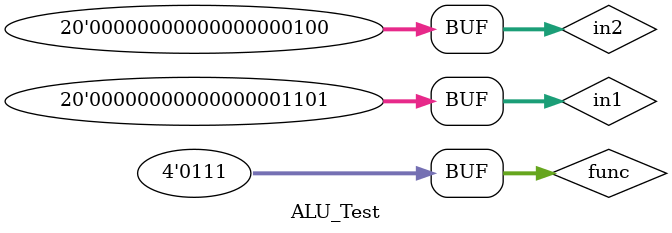
<source format=v>
`timescale 1ns / 1ps


module ALU_Test;

	// Inputs
	reg [19:0] in1;
	reg [19:0] in2;
	reg [3:0] func;

	// Outputs
	wire [19:0] ans;
	wire ZF;

	// Instantiate the Unit Under Test (UUT)
	ALU uut (
		.in1(in1), 
		.in2(in2), 
		.func(func), 
		.ans(ans), 
		.ZF(ZF)
	);

	initial begin
		// Initialize Inputs
		in1 = 20'b00000000000000000000;
		in2 = 20'b00000000000000000000;
		func = 4'b0000;

		// Wait 100 ns for global reset to finish
		#100;
        
		// Add stimulus here
		in1 = 20'b00000000000000001101;
		in2 = 20'b00000000000000000100;
		func = 4'b0000;
		
		#100;
		
		func = 4'b0001;
		
		#100;
		
		func = 4'b0010;
		
		#100;
		
		func = 4'b0011;
		
		#100;
		
		func = 4'b0100;
		
		#100;
		
		func = 4'b0101;
		
		#100;
		
		func = 4'b0110;
		
		#100;
		
		func = 4'b0111;

	end
      
endmodule


</source>
